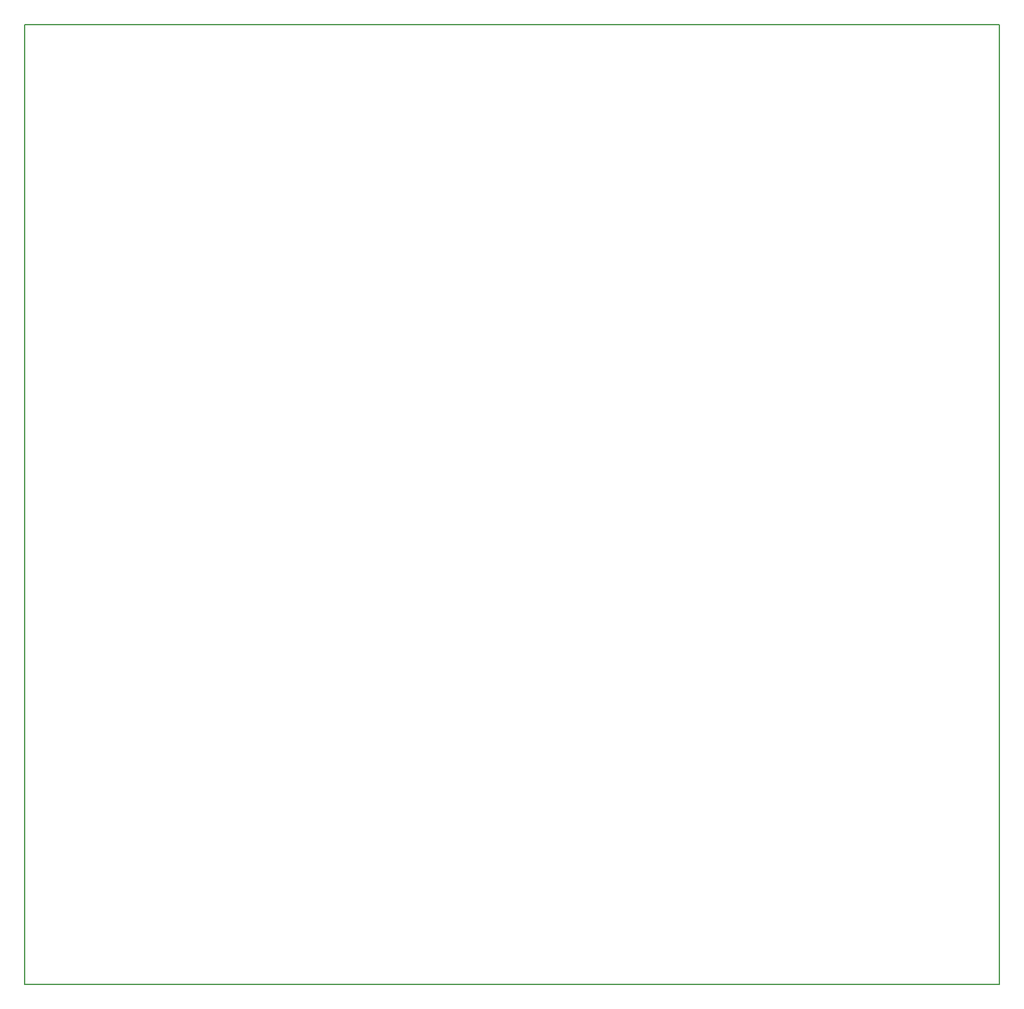
<source format=gbr>
G04 DipTrace 4.0.0.2*
G04 BoardOutline.gbr*
%MOIN*%
G04 #@! TF.FileFunction,Profile*
G04 #@! TF.Part,Single*
%ADD11C,0.005512*%
%FSLAX26Y26*%
G04*
G70*
G90*
G75*
G01*
G04 BoardOutline*
%LPD*%
X5669291Y5590550D2*
D11*
Y393700D1*
X393700D1*
Y5590550D1*
X5669291D1*
M02*

</source>
